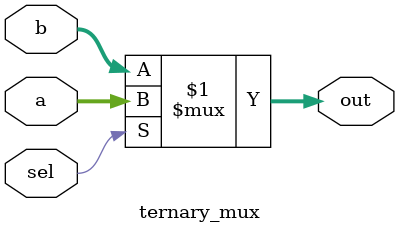
<source format=sv>
module ternary_mux (
    input  logic [7:0] a,
    input  logic [7:0] b,
    input  logic       sel,
    output logic [7:0] out
);

    assign out = sel ? a : b;

endmodule

</source>
